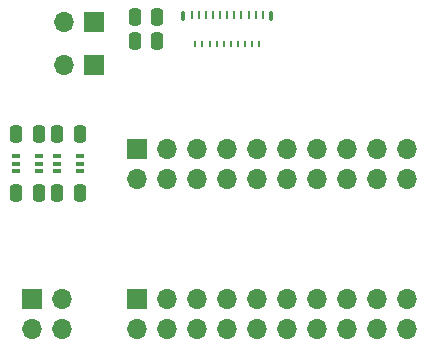
<source format=gbr>
%TF.GenerationSoftware,KiCad,Pcbnew,9.0.0-rc3-b7b28e555e~182~ubuntu24.04.1*%
%TF.CreationDate,2025-02-14T00:47:14-05:00*%
%TF.ProjectId,SharpBreakout,53686172-7042-4726-9561-6b6f75742e6b,rev?*%
%TF.SameCoordinates,Original*%
%TF.FileFunction,Soldermask,Top*%
%TF.FilePolarity,Negative*%
%FSLAX46Y46*%
G04 Gerber Fmt 4.6, Leading zero omitted, Abs format (unit mm)*
G04 Created by KiCad (PCBNEW 9.0.0-rc3-b7b28e555e~182~ubuntu24.04.1) date 2025-02-14 00:47:14*
%MOMM*%
%LPD*%
G01*
G04 APERTURE LIST*
G04 Aperture macros list*
%AMRoundRect*
0 Rectangle with rounded corners*
0 $1 Rounding radius*
0 $2 $3 $4 $5 $6 $7 $8 $9 X,Y pos of 4 corners*
0 Add a 4 corners polygon primitive as box body*
4,1,4,$2,$3,$4,$5,$6,$7,$8,$9,$2,$3,0*
0 Add four circle primitives for the rounded corners*
1,1,$1+$1,$2,$3*
1,1,$1+$1,$4,$5*
1,1,$1+$1,$6,$7*
1,1,$1+$1,$8,$9*
0 Add four rect primitives between the rounded corners*
20,1,$1+$1,$2,$3,$4,$5,0*
20,1,$1+$1,$4,$5,$6,$7,0*
20,1,$1+$1,$6,$7,$8,$9,0*
20,1,$1+$1,$8,$9,$2,$3,0*%
G04 Aperture macros list end*
%ADD10RoundRect,0.250000X0.250000X0.475000X-0.250000X0.475000X-0.250000X-0.475000X0.250000X-0.475000X0*%
%ADD11RoundRect,0.250000X-0.250000X-0.475000X0.250000X-0.475000X0.250000X0.475000X-0.250000X0.475000X0*%
%ADD12R,1.700000X1.700000*%
%ADD13O,1.700000X1.700000*%
%ADD14RoundRect,0.062500X0.062500X0.297500X-0.062500X0.297500X-0.062500X-0.297500X0.062500X-0.297500X0*%
%ADD15RoundRect,0.062500X0.062500X0.197500X-0.062500X0.197500X-0.062500X-0.197500X0.062500X-0.197500X0*%
%ADD16RoundRect,0.075000X0.075000X0.350000X-0.075000X0.350000X-0.075000X-0.350000X0.075000X-0.350000X0*%
%ADD17RoundRect,0.100000X-0.225000X-0.100000X0.225000X-0.100000X0.225000X0.100000X-0.225000X0.100000X0*%
G04 APERTURE END LIST*
D10*
%TO.C,C1*%
X138850000Y-84100000D03*
X136950000Y-84100000D03*
%TD*%
%TO.C,C5*%
X132300000Y-99000000D03*
X130400000Y-99000000D03*
%TD*%
%TO.C,C3*%
X128800000Y-99000000D03*
X126900000Y-99000000D03*
%TD*%
D11*
%TO.C,C4*%
X126900000Y-94000000D03*
X128800000Y-94000000D03*
%TD*%
D12*
%TO.C,J6*%
X133455000Y-88140000D03*
D13*
X130915000Y-88140000D03*
%TD*%
D12*
%TO.C,J2*%
X133455000Y-84540000D03*
D13*
X130915000Y-84540000D03*
%TD*%
D14*
%TO.C,J1*%
X147780000Y-83925000D03*
D15*
X147480000Y-86355000D03*
D14*
X147180000Y-83925000D03*
D15*
X146880000Y-86355000D03*
D14*
X146580000Y-83925000D03*
D15*
X146280000Y-86355000D03*
D14*
X145980000Y-83925000D03*
D15*
X145680000Y-86355000D03*
D14*
X145380000Y-83925000D03*
D15*
X145080000Y-86355000D03*
D14*
X144780000Y-83925000D03*
D15*
X144480000Y-86355000D03*
D14*
X144180000Y-83925000D03*
D15*
X143880000Y-86355000D03*
D14*
X143580000Y-83925000D03*
D15*
X143280000Y-86355000D03*
D14*
X142980000Y-83925000D03*
D15*
X142680000Y-86355000D03*
D14*
X142380000Y-83925000D03*
D15*
X142080000Y-86355000D03*
D14*
X141780000Y-83925000D03*
D16*
X148490000Y-83990000D03*
X141070000Y-83990000D03*
%TD*%
D11*
%TO.C,C6*%
X130400000Y-94000000D03*
X132300000Y-94000000D03*
%TD*%
D17*
%TO.C,U2*%
X130400000Y-95850000D03*
X130400000Y-96500000D03*
X130400000Y-97150000D03*
X132300000Y-97150000D03*
X132300000Y-96500000D03*
X132300000Y-95850000D03*
%TD*%
%TO.C,U1*%
X126900000Y-95850000D03*
X126900000Y-96500000D03*
X126900000Y-97150000D03*
X128800000Y-97150000D03*
X128800000Y-96500000D03*
X128800000Y-95850000D03*
%TD*%
D10*
%TO.C,C2*%
X138850000Y-86100000D03*
X136950000Y-86100000D03*
%TD*%
D12*
%TO.C,J3*%
X137155000Y-95245000D03*
D13*
X137155000Y-97785000D03*
X139695000Y-95245000D03*
X139695000Y-97785000D03*
X142235000Y-95245000D03*
X142235000Y-97785000D03*
X144775000Y-95245000D03*
X144775000Y-97785000D03*
X147315000Y-95245000D03*
X147315000Y-97785000D03*
X149855000Y-95245000D03*
X149855000Y-97785000D03*
X152395000Y-95245000D03*
X152395000Y-97785000D03*
X154935000Y-95245000D03*
X154935000Y-97785000D03*
X157475000Y-95245000D03*
X157475000Y-97785000D03*
X160015000Y-95245000D03*
X160015000Y-97785000D03*
%TD*%
D12*
%TO.C,J5*%
X137155000Y-107945000D03*
D13*
X137155000Y-110485000D03*
X139695000Y-107945000D03*
X139695000Y-110485000D03*
X142235000Y-107945000D03*
X142235000Y-110485000D03*
X144775000Y-107945000D03*
X144775000Y-110485000D03*
X147315000Y-107945000D03*
X147315000Y-110485000D03*
X149855000Y-107945000D03*
X149855000Y-110485000D03*
X152395000Y-107945000D03*
X152395000Y-110485000D03*
X154935000Y-107945000D03*
X154935000Y-110485000D03*
X157475000Y-107945000D03*
X157475000Y-110485000D03*
X160015000Y-107945000D03*
X160015000Y-110485000D03*
%TD*%
D12*
%TO.C,J4*%
X128265000Y-107945000D03*
D13*
X128265000Y-110485000D03*
X130805000Y-107945000D03*
X130805000Y-110485000D03*
%TD*%
M02*

</source>
